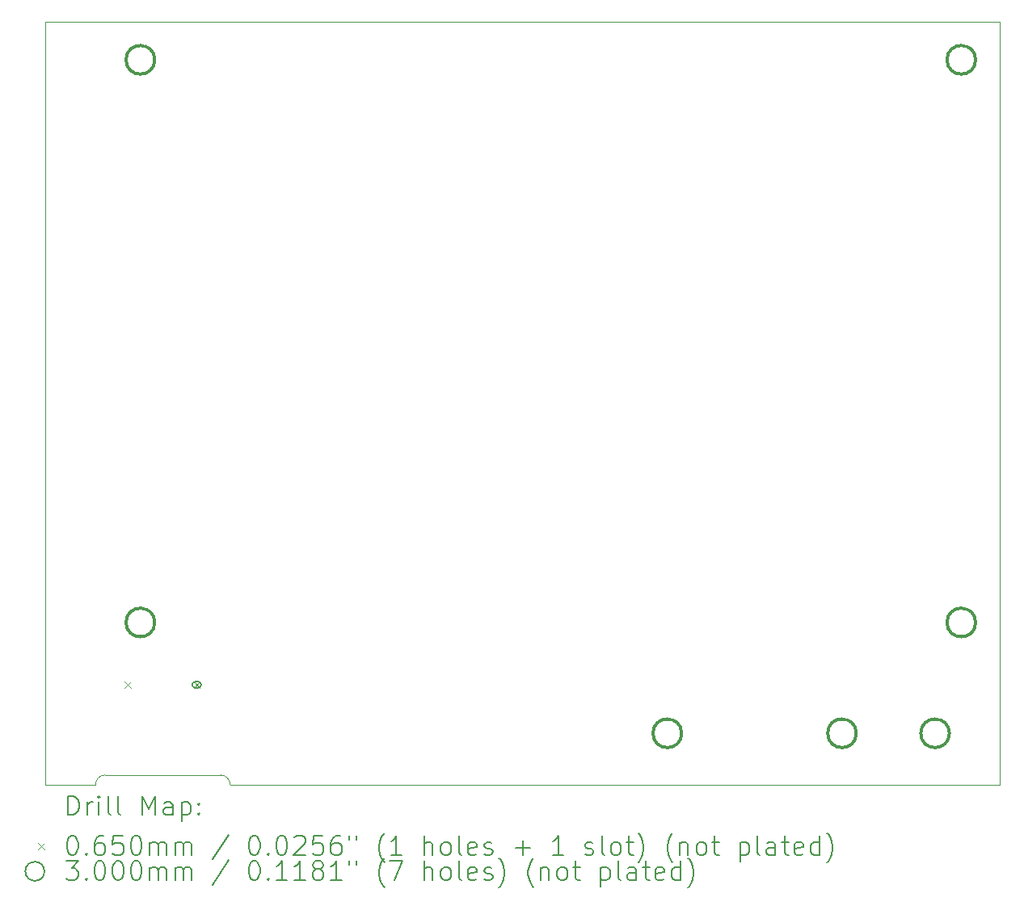
<source format=gbr>
%TF.GenerationSoftware,KiCad,Pcbnew,7.0.2-6a45011f42~172~ubuntu20.04.1*%
%TF.CreationDate,2023-04-30T22:50:11+02:00*%
%TF.ProjectId,pippino_board,70697070-696e-46f5-9f62-6f6172642e6b,rev?*%
%TF.SameCoordinates,Original*%
%TF.FileFunction,Drillmap*%
%TF.FilePolarity,Positive*%
%FSLAX45Y45*%
G04 Gerber Fmt 4.5, Leading zero omitted, Abs format (unit mm)*
G04 Created by KiCad (PCBNEW 7.0.2-6a45011f42~172~ubuntu20.04.1) date 2023-04-30 22:50:11*
%MOMM*%
%LPD*%
G01*
G04 APERTURE LIST*
%ADD10C,0.100000*%
%ADD11C,0.200000*%
%ADD12C,0.065000*%
%ADD13C,0.300000*%
G04 APERTURE END LIST*
D10*
X20000000Y-16000000D02*
X11940000Y-16000000D01*
X10000000Y-16000000D02*
X10000000Y-8000000D01*
X10000000Y-8000000D02*
X20000000Y-8000000D01*
X10530000Y-16000000D02*
X10000000Y-16000000D01*
X10630000Y-15900000D02*
G75*
G03*
X10530000Y-16000000I0J-100000D01*
G01*
X10630000Y-15900000D02*
X11840000Y-15900000D01*
X11940000Y-16000000D02*
G75*
G03*
X11840000Y-15900000I-100000J0D01*
G01*
X20000000Y-8000000D02*
X20000000Y-16000000D01*
D11*
D12*
X10837300Y-14919900D02*
X10902300Y-14984900D01*
X10902300Y-14919900D02*
X10837300Y-14984900D01*
X11557300Y-14919900D02*
X11622300Y-14984900D01*
X11622300Y-14919900D02*
X11557300Y-14984900D01*
D11*
X11574800Y-14984900D02*
X11604800Y-14984900D01*
X11604800Y-14984900D02*
G75*
G03*
X11604800Y-14919900I0J32500D01*
G01*
X11604800Y-14919900D02*
X11574800Y-14919900D01*
X11574800Y-14919900D02*
G75*
G03*
X11574800Y-14984900I0J-32500D01*
G01*
D13*
X11150000Y-8400000D02*
G75*
G03*
X11150000Y-8400000I-150000J0D01*
G01*
X11150000Y-14300000D02*
G75*
G03*
X11150000Y-14300000I-150000J0D01*
G01*
X16670000Y-15462000D02*
G75*
G03*
X16670000Y-15462000I-150000J0D01*
G01*
X18500000Y-15462000D02*
G75*
G03*
X18500000Y-15462000I-150000J0D01*
G01*
X19475000Y-15462000D02*
G75*
G03*
X19475000Y-15462000I-150000J0D01*
G01*
X19750000Y-8400000D02*
G75*
G03*
X19750000Y-8400000I-150000J0D01*
G01*
X19750000Y-14300000D02*
G75*
G03*
X19750000Y-14300000I-150000J0D01*
G01*
D11*
X10242619Y-16317524D02*
X10242619Y-16117524D01*
X10242619Y-16117524D02*
X10290238Y-16117524D01*
X10290238Y-16117524D02*
X10318810Y-16127048D01*
X10318810Y-16127048D02*
X10337857Y-16146095D01*
X10337857Y-16146095D02*
X10347381Y-16165143D01*
X10347381Y-16165143D02*
X10356905Y-16203238D01*
X10356905Y-16203238D02*
X10356905Y-16231809D01*
X10356905Y-16231809D02*
X10347381Y-16269905D01*
X10347381Y-16269905D02*
X10337857Y-16288952D01*
X10337857Y-16288952D02*
X10318810Y-16308000D01*
X10318810Y-16308000D02*
X10290238Y-16317524D01*
X10290238Y-16317524D02*
X10242619Y-16317524D01*
X10442619Y-16317524D02*
X10442619Y-16184190D01*
X10442619Y-16222286D02*
X10452143Y-16203238D01*
X10452143Y-16203238D02*
X10461667Y-16193714D01*
X10461667Y-16193714D02*
X10480714Y-16184190D01*
X10480714Y-16184190D02*
X10499762Y-16184190D01*
X10566429Y-16317524D02*
X10566429Y-16184190D01*
X10566429Y-16117524D02*
X10556905Y-16127048D01*
X10556905Y-16127048D02*
X10566429Y-16136571D01*
X10566429Y-16136571D02*
X10575952Y-16127048D01*
X10575952Y-16127048D02*
X10566429Y-16117524D01*
X10566429Y-16117524D02*
X10566429Y-16136571D01*
X10690238Y-16317524D02*
X10671190Y-16308000D01*
X10671190Y-16308000D02*
X10661667Y-16288952D01*
X10661667Y-16288952D02*
X10661667Y-16117524D01*
X10795000Y-16317524D02*
X10775952Y-16308000D01*
X10775952Y-16308000D02*
X10766429Y-16288952D01*
X10766429Y-16288952D02*
X10766429Y-16117524D01*
X11023571Y-16317524D02*
X11023571Y-16117524D01*
X11023571Y-16117524D02*
X11090238Y-16260381D01*
X11090238Y-16260381D02*
X11156905Y-16117524D01*
X11156905Y-16117524D02*
X11156905Y-16317524D01*
X11337857Y-16317524D02*
X11337857Y-16212762D01*
X11337857Y-16212762D02*
X11328333Y-16193714D01*
X11328333Y-16193714D02*
X11309286Y-16184190D01*
X11309286Y-16184190D02*
X11271190Y-16184190D01*
X11271190Y-16184190D02*
X11252143Y-16193714D01*
X11337857Y-16308000D02*
X11318809Y-16317524D01*
X11318809Y-16317524D02*
X11271190Y-16317524D01*
X11271190Y-16317524D02*
X11252143Y-16308000D01*
X11252143Y-16308000D02*
X11242619Y-16288952D01*
X11242619Y-16288952D02*
X11242619Y-16269905D01*
X11242619Y-16269905D02*
X11252143Y-16250857D01*
X11252143Y-16250857D02*
X11271190Y-16241333D01*
X11271190Y-16241333D02*
X11318809Y-16241333D01*
X11318809Y-16241333D02*
X11337857Y-16231809D01*
X11433095Y-16184190D02*
X11433095Y-16384190D01*
X11433095Y-16193714D02*
X11452143Y-16184190D01*
X11452143Y-16184190D02*
X11490238Y-16184190D01*
X11490238Y-16184190D02*
X11509286Y-16193714D01*
X11509286Y-16193714D02*
X11518809Y-16203238D01*
X11518809Y-16203238D02*
X11528333Y-16222286D01*
X11528333Y-16222286D02*
X11528333Y-16279428D01*
X11528333Y-16279428D02*
X11518809Y-16298476D01*
X11518809Y-16298476D02*
X11509286Y-16308000D01*
X11509286Y-16308000D02*
X11490238Y-16317524D01*
X11490238Y-16317524D02*
X11452143Y-16317524D01*
X11452143Y-16317524D02*
X11433095Y-16308000D01*
X11614048Y-16298476D02*
X11623571Y-16308000D01*
X11623571Y-16308000D02*
X11614048Y-16317524D01*
X11614048Y-16317524D02*
X11604524Y-16308000D01*
X11604524Y-16308000D02*
X11614048Y-16298476D01*
X11614048Y-16298476D02*
X11614048Y-16317524D01*
X11614048Y-16193714D02*
X11623571Y-16203238D01*
X11623571Y-16203238D02*
X11614048Y-16212762D01*
X11614048Y-16212762D02*
X11604524Y-16203238D01*
X11604524Y-16203238D02*
X11614048Y-16193714D01*
X11614048Y-16193714D02*
X11614048Y-16212762D01*
D12*
X9930000Y-16612500D02*
X9995000Y-16677500D01*
X9995000Y-16612500D02*
X9930000Y-16677500D01*
D11*
X10280714Y-16537524D02*
X10299762Y-16537524D01*
X10299762Y-16537524D02*
X10318810Y-16547048D01*
X10318810Y-16547048D02*
X10328333Y-16556571D01*
X10328333Y-16556571D02*
X10337857Y-16575619D01*
X10337857Y-16575619D02*
X10347381Y-16613714D01*
X10347381Y-16613714D02*
X10347381Y-16661333D01*
X10347381Y-16661333D02*
X10337857Y-16699428D01*
X10337857Y-16699428D02*
X10328333Y-16718476D01*
X10328333Y-16718476D02*
X10318810Y-16728000D01*
X10318810Y-16728000D02*
X10299762Y-16737524D01*
X10299762Y-16737524D02*
X10280714Y-16737524D01*
X10280714Y-16737524D02*
X10261667Y-16728000D01*
X10261667Y-16728000D02*
X10252143Y-16718476D01*
X10252143Y-16718476D02*
X10242619Y-16699428D01*
X10242619Y-16699428D02*
X10233095Y-16661333D01*
X10233095Y-16661333D02*
X10233095Y-16613714D01*
X10233095Y-16613714D02*
X10242619Y-16575619D01*
X10242619Y-16575619D02*
X10252143Y-16556571D01*
X10252143Y-16556571D02*
X10261667Y-16547048D01*
X10261667Y-16547048D02*
X10280714Y-16537524D01*
X10433095Y-16718476D02*
X10442619Y-16728000D01*
X10442619Y-16728000D02*
X10433095Y-16737524D01*
X10433095Y-16737524D02*
X10423571Y-16728000D01*
X10423571Y-16728000D02*
X10433095Y-16718476D01*
X10433095Y-16718476D02*
X10433095Y-16737524D01*
X10614048Y-16537524D02*
X10575952Y-16537524D01*
X10575952Y-16537524D02*
X10556905Y-16547048D01*
X10556905Y-16547048D02*
X10547381Y-16556571D01*
X10547381Y-16556571D02*
X10528333Y-16585143D01*
X10528333Y-16585143D02*
X10518810Y-16623238D01*
X10518810Y-16623238D02*
X10518810Y-16699428D01*
X10518810Y-16699428D02*
X10528333Y-16718476D01*
X10528333Y-16718476D02*
X10537857Y-16728000D01*
X10537857Y-16728000D02*
X10556905Y-16737524D01*
X10556905Y-16737524D02*
X10595000Y-16737524D01*
X10595000Y-16737524D02*
X10614048Y-16728000D01*
X10614048Y-16728000D02*
X10623571Y-16718476D01*
X10623571Y-16718476D02*
X10633095Y-16699428D01*
X10633095Y-16699428D02*
X10633095Y-16651809D01*
X10633095Y-16651809D02*
X10623571Y-16632762D01*
X10623571Y-16632762D02*
X10614048Y-16623238D01*
X10614048Y-16623238D02*
X10595000Y-16613714D01*
X10595000Y-16613714D02*
X10556905Y-16613714D01*
X10556905Y-16613714D02*
X10537857Y-16623238D01*
X10537857Y-16623238D02*
X10528333Y-16632762D01*
X10528333Y-16632762D02*
X10518810Y-16651809D01*
X10814048Y-16537524D02*
X10718810Y-16537524D01*
X10718810Y-16537524D02*
X10709286Y-16632762D01*
X10709286Y-16632762D02*
X10718810Y-16623238D01*
X10718810Y-16623238D02*
X10737857Y-16613714D01*
X10737857Y-16613714D02*
X10785476Y-16613714D01*
X10785476Y-16613714D02*
X10804524Y-16623238D01*
X10804524Y-16623238D02*
X10814048Y-16632762D01*
X10814048Y-16632762D02*
X10823571Y-16651809D01*
X10823571Y-16651809D02*
X10823571Y-16699428D01*
X10823571Y-16699428D02*
X10814048Y-16718476D01*
X10814048Y-16718476D02*
X10804524Y-16728000D01*
X10804524Y-16728000D02*
X10785476Y-16737524D01*
X10785476Y-16737524D02*
X10737857Y-16737524D01*
X10737857Y-16737524D02*
X10718810Y-16728000D01*
X10718810Y-16728000D02*
X10709286Y-16718476D01*
X10947381Y-16537524D02*
X10966429Y-16537524D01*
X10966429Y-16537524D02*
X10985476Y-16547048D01*
X10985476Y-16547048D02*
X10995000Y-16556571D01*
X10995000Y-16556571D02*
X11004524Y-16575619D01*
X11004524Y-16575619D02*
X11014048Y-16613714D01*
X11014048Y-16613714D02*
X11014048Y-16661333D01*
X11014048Y-16661333D02*
X11004524Y-16699428D01*
X11004524Y-16699428D02*
X10995000Y-16718476D01*
X10995000Y-16718476D02*
X10985476Y-16728000D01*
X10985476Y-16728000D02*
X10966429Y-16737524D01*
X10966429Y-16737524D02*
X10947381Y-16737524D01*
X10947381Y-16737524D02*
X10928333Y-16728000D01*
X10928333Y-16728000D02*
X10918810Y-16718476D01*
X10918810Y-16718476D02*
X10909286Y-16699428D01*
X10909286Y-16699428D02*
X10899762Y-16661333D01*
X10899762Y-16661333D02*
X10899762Y-16613714D01*
X10899762Y-16613714D02*
X10909286Y-16575619D01*
X10909286Y-16575619D02*
X10918810Y-16556571D01*
X10918810Y-16556571D02*
X10928333Y-16547048D01*
X10928333Y-16547048D02*
X10947381Y-16537524D01*
X11099762Y-16737524D02*
X11099762Y-16604190D01*
X11099762Y-16623238D02*
X11109286Y-16613714D01*
X11109286Y-16613714D02*
X11128333Y-16604190D01*
X11128333Y-16604190D02*
X11156905Y-16604190D01*
X11156905Y-16604190D02*
X11175952Y-16613714D01*
X11175952Y-16613714D02*
X11185476Y-16632762D01*
X11185476Y-16632762D02*
X11185476Y-16737524D01*
X11185476Y-16632762D02*
X11195000Y-16613714D01*
X11195000Y-16613714D02*
X11214048Y-16604190D01*
X11214048Y-16604190D02*
X11242619Y-16604190D01*
X11242619Y-16604190D02*
X11261667Y-16613714D01*
X11261667Y-16613714D02*
X11271190Y-16632762D01*
X11271190Y-16632762D02*
X11271190Y-16737524D01*
X11366429Y-16737524D02*
X11366429Y-16604190D01*
X11366429Y-16623238D02*
X11375952Y-16613714D01*
X11375952Y-16613714D02*
X11395000Y-16604190D01*
X11395000Y-16604190D02*
X11423571Y-16604190D01*
X11423571Y-16604190D02*
X11442619Y-16613714D01*
X11442619Y-16613714D02*
X11452143Y-16632762D01*
X11452143Y-16632762D02*
X11452143Y-16737524D01*
X11452143Y-16632762D02*
X11461667Y-16613714D01*
X11461667Y-16613714D02*
X11480714Y-16604190D01*
X11480714Y-16604190D02*
X11509286Y-16604190D01*
X11509286Y-16604190D02*
X11528333Y-16613714D01*
X11528333Y-16613714D02*
X11537857Y-16632762D01*
X11537857Y-16632762D02*
X11537857Y-16737524D01*
X11928333Y-16528000D02*
X11756905Y-16785143D01*
X12185476Y-16537524D02*
X12204524Y-16537524D01*
X12204524Y-16537524D02*
X12223572Y-16547048D01*
X12223572Y-16547048D02*
X12233095Y-16556571D01*
X12233095Y-16556571D02*
X12242619Y-16575619D01*
X12242619Y-16575619D02*
X12252143Y-16613714D01*
X12252143Y-16613714D02*
X12252143Y-16661333D01*
X12252143Y-16661333D02*
X12242619Y-16699428D01*
X12242619Y-16699428D02*
X12233095Y-16718476D01*
X12233095Y-16718476D02*
X12223572Y-16728000D01*
X12223572Y-16728000D02*
X12204524Y-16737524D01*
X12204524Y-16737524D02*
X12185476Y-16737524D01*
X12185476Y-16737524D02*
X12166429Y-16728000D01*
X12166429Y-16728000D02*
X12156905Y-16718476D01*
X12156905Y-16718476D02*
X12147381Y-16699428D01*
X12147381Y-16699428D02*
X12137857Y-16661333D01*
X12137857Y-16661333D02*
X12137857Y-16613714D01*
X12137857Y-16613714D02*
X12147381Y-16575619D01*
X12147381Y-16575619D02*
X12156905Y-16556571D01*
X12156905Y-16556571D02*
X12166429Y-16547048D01*
X12166429Y-16547048D02*
X12185476Y-16537524D01*
X12337857Y-16718476D02*
X12347381Y-16728000D01*
X12347381Y-16728000D02*
X12337857Y-16737524D01*
X12337857Y-16737524D02*
X12328333Y-16728000D01*
X12328333Y-16728000D02*
X12337857Y-16718476D01*
X12337857Y-16718476D02*
X12337857Y-16737524D01*
X12471191Y-16537524D02*
X12490238Y-16537524D01*
X12490238Y-16537524D02*
X12509286Y-16547048D01*
X12509286Y-16547048D02*
X12518810Y-16556571D01*
X12518810Y-16556571D02*
X12528333Y-16575619D01*
X12528333Y-16575619D02*
X12537857Y-16613714D01*
X12537857Y-16613714D02*
X12537857Y-16661333D01*
X12537857Y-16661333D02*
X12528333Y-16699428D01*
X12528333Y-16699428D02*
X12518810Y-16718476D01*
X12518810Y-16718476D02*
X12509286Y-16728000D01*
X12509286Y-16728000D02*
X12490238Y-16737524D01*
X12490238Y-16737524D02*
X12471191Y-16737524D01*
X12471191Y-16737524D02*
X12452143Y-16728000D01*
X12452143Y-16728000D02*
X12442619Y-16718476D01*
X12442619Y-16718476D02*
X12433095Y-16699428D01*
X12433095Y-16699428D02*
X12423572Y-16661333D01*
X12423572Y-16661333D02*
X12423572Y-16613714D01*
X12423572Y-16613714D02*
X12433095Y-16575619D01*
X12433095Y-16575619D02*
X12442619Y-16556571D01*
X12442619Y-16556571D02*
X12452143Y-16547048D01*
X12452143Y-16547048D02*
X12471191Y-16537524D01*
X12614048Y-16556571D02*
X12623572Y-16547048D01*
X12623572Y-16547048D02*
X12642619Y-16537524D01*
X12642619Y-16537524D02*
X12690238Y-16537524D01*
X12690238Y-16537524D02*
X12709286Y-16547048D01*
X12709286Y-16547048D02*
X12718810Y-16556571D01*
X12718810Y-16556571D02*
X12728333Y-16575619D01*
X12728333Y-16575619D02*
X12728333Y-16594667D01*
X12728333Y-16594667D02*
X12718810Y-16623238D01*
X12718810Y-16623238D02*
X12604524Y-16737524D01*
X12604524Y-16737524D02*
X12728333Y-16737524D01*
X12909286Y-16537524D02*
X12814048Y-16537524D01*
X12814048Y-16537524D02*
X12804524Y-16632762D01*
X12804524Y-16632762D02*
X12814048Y-16623238D01*
X12814048Y-16623238D02*
X12833095Y-16613714D01*
X12833095Y-16613714D02*
X12880714Y-16613714D01*
X12880714Y-16613714D02*
X12899762Y-16623238D01*
X12899762Y-16623238D02*
X12909286Y-16632762D01*
X12909286Y-16632762D02*
X12918810Y-16651809D01*
X12918810Y-16651809D02*
X12918810Y-16699428D01*
X12918810Y-16699428D02*
X12909286Y-16718476D01*
X12909286Y-16718476D02*
X12899762Y-16728000D01*
X12899762Y-16728000D02*
X12880714Y-16737524D01*
X12880714Y-16737524D02*
X12833095Y-16737524D01*
X12833095Y-16737524D02*
X12814048Y-16728000D01*
X12814048Y-16728000D02*
X12804524Y-16718476D01*
X13090238Y-16537524D02*
X13052143Y-16537524D01*
X13052143Y-16537524D02*
X13033095Y-16547048D01*
X13033095Y-16547048D02*
X13023572Y-16556571D01*
X13023572Y-16556571D02*
X13004524Y-16585143D01*
X13004524Y-16585143D02*
X12995000Y-16623238D01*
X12995000Y-16623238D02*
X12995000Y-16699428D01*
X12995000Y-16699428D02*
X13004524Y-16718476D01*
X13004524Y-16718476D02*
X13014048Y-16728000D01*
X13014048Y-16728000D02*
X13033095Y-16737524D01*
X13033095Y-16737524D02*
X13071191Y-16737524D01*
X13071191Y-16737524D02*
X13090238Y-16728000D01*
X13090238Y-16728000D02*
X13099762Y-16718476D01*
X13099762Y-16718476D02*
X13109286Y-16699428D01*
X13109286Y-16699428D02*
X13109286Y-16651809D01*
X13109286Y-16651809D02*
X13099762Y-16632762D01*
X13099762Y-16632762D02*
X13090238Y-16623238D01*
X13090238Y-16623238D02*
X13071191Y-16613714D01*
X13071191Y-16613714D02*
X13033095Y-16613714D01*
X13033095Y-16613714D02*
X13014048Y-16623238D01*
X13014048Y-16623238D02*
X13004524Y-16632762D01*
X13004524Y-16632762D02*
X12995000Y-16651809D01*
X13185476Y-16537524D02*
X13185476Y-16575619D01*
X13261667Y-16537524D02*
X13261667Y-16575619D01*
X13556905Y-16813714D02*
X13547381Y-16804190D01*
X13547381Y-16804190D02*
X13528334Y-16775619D01*
X13528334Y-16775619D02*
X13518810Y-16756571D01*
X13518810Y-16756571D02*
X13509286Y-16728000D01*
X13509286Y-16728000D02*
X13499762Y-16680381D01*
X13499762Y-16680381D02*
X13499762Y-16642286D01*
X13499762Y-16642286D02*
X13509286Y-16594667D01*
X13509286Y-16594667D02*
X13518810Y-16566095D01*
X13518810Y-16566095D02*
X13528334Y-16547048D01*
X13528334Y-16547048D02*
X13547381Y-16518476D01*
X13547381Y-16518476D02*
X13556905Y-16508952D01*
X13737857Y-16737524D02*
X13623572Y-16737524D01*
X13680714Y-16737524D02*
X13680714Y-16537524D01*
X13680714Y-16537524D02*
X13661667Y-16566095D01*
X13661667Y-16566095D02*
X13642619Y-16585143D01*
X13642619Y-16585143D02*
X13623572Y-16594667D01*
X13975953Y-16737524D02*
X13975953Y-16537524D01*
X14061667Y-16737524D02*
X14061667Y-16632762D01*
X14061667Y-16632762D02*
X14052143Y-16613714D01*
X14052143Y-16613714D02*
X14033096Y-16604190D01*
X14033096Y-16604190D02*
X14004524Y-16604190D01*
X14004524Y-16604190D02*
X13985476Y-16613714D01*
X13985476Y-16613714D02*
X13975953Y-16623238D01*
X14185476Y-16737524D02*
X14166429Y-16728000D01*
X14166429Y-16728000D02*
X14156905Y-16718476D01*
X14156905Y-16718476D02*
X14147381Y-16699428D01*
X14147381Y-16699428D02*
X14147381Y-16642286D01*
X14147381Y-16642286D02*
X14156905Y-16623238D01*
X14156905Y-16623238D02*
X14166429Y-16613714D01*
X14166429Y-16613714D02*
X14185476Y-16604190D01*
X14185476Y-16604190D02*
X14214048Y-16604190D01*
X14214048Y-16604190D02*
X14233096Y-16613714D01*
X14233096Y-16613714D02*
X14242619Y-16623238D01*
X14242619Y-16623238D02*
X14252143Y-16642286D01*
X14252143Y-16642286D02*
X14252143Y-16699428D01*
X14252143Y-16699428D02*
X14242619Y-16718476D01*
X14242619Y-16718476D02*
X14233096Y-16728000D01*
X14233096Y-16728000D02*
X14214048Y-16737524D01*
X14214048Y-16737524D02*
X14185476Y-16737524D01*
X14366429Y-16737524D02*
X14347381Y-16728000D01*
X14347381Y-16728000D02*
X14337857Y-16708952D01*
X14337857Y-16708952D02*
X14337857Y-16537524D01*
X14518810Y-16728000D02*
X14499762Y-16737524D01*
X14499762Y-16737524D02*
X14461667Y-16737524D01*
X14461667Y-16737524D02*
X14442619Y-16728000D01*
X14442619Y-16728000D02*
X14433096Y-16708952D01*
X14433096Y-16708952D02*
X14433096Y-16632762D01*
X14433096Y-16632762D02*
X14442619Y-16613714D01*
X14442619Y-16613714D02*
X14461667Y-16604190D01*
X14461667Y-16604190D02*
X14499762Y-16604190D01*
X14499762Y-16604190D02*
X14518810Y-16613714D01*
X14518810Y-16613714D02*
X14528334Y-16632762D01*
X14528334Y-16632762D02*
X14528334Y-16651809D01*
X14528334Y-16651809D02*
X14433096Y-16670857D01*
X14604524Y-16728000D02*
X14623572Y-16737524D01*
X14623572Y-16737524D02*
X14661667Y-16737524D01*
X14661667Y-16737524D02*
X14680715Y-16728000D01*
X14680715Y-16728000D02*
X14690238Y-16708952D01*
X14690238Y-16708952D02*
X14690238Y-16699428D01*
X14690238Y-16699428D02*
X14680715Y-16680381D01*
X14680715Y-16680381D02*
X14661667Y-16670857D01*
X14661667Y-16670857D02*
X14633096Y-16670857D01*
X14633096Y-16670857D02*
X14614048Y-16661333D01*
X14614048Y-16661333D02*
X14604524Y-16642286D01*
X14604524Y-16642286D02*
X14604524Y-16632762D01*
X14604524Y-16632762D02*
X14614048Y-16613714D01*
X14614048Y-16613714D02*
X14633096Y-16604190D01*
X14633096Y-16604190D02*
X14661667Y-16604190D01*
X14661667Y-16604190D02*
X14680715Y-16613714D01*
X14928334Y-16661333D02*
X15080715Y-16661333D01*
X15004524Y-16737524D02*
X15004524Y-16585143D01*
X15433096Y-16737524D02*
X15318810Y-16737524D01*
X15375953Y-16737524D02*
X15375953Y-16537524D01*
X15375953Y-16537524D02*
X15356905Y-16566095D01*
X15356905Y-16566095D02*
X15337858Y-16585143D01*
X15337858Y-16585143D02*
X15318810Y-16594667D01*
X15661667Y-16728000D02*
X15680715Y-16737524D01*
X15680715Y-16737524D02*
X15718810Y-16737524D01*
X15718810Y-16737524D02*
X15737858Y-16728000D01*
X15737858Y-16728000D02*
X15747381Y-16708952D01*
X15747381Y-16708952D02*
X15747381Y-16699428D01*
X15747381Y-16699428D02*
X15737858Y-16680381D01*
X15737858Y-16680381D02*
X15718810Y-16670857D01*
X15718810Y-16670857D02*
X15690239Y-16670857D01*
X15690239Y-16670857D02*
X15671191Y-16661333D01*
X15671191Y-16661333D02*
X15661667Y-16642286D01*
X15661667Y-16642286D02*
X15661667Y-16632762D01*
X15661667Y-16632762D02*
X15671191Y-16613714D01*
X15671191Y-16613714D02*
X15690239Y-16604190D01*
X15690239Y-16604190D02*
X15718810Y-16604190D01*
X15718810Y-16604190D02*
X15737858Y-16613714D01*
X15861667Y-16737524D02*
X15842620Y-16728000D01*
X15842620Y-16728000D02*
X15833096Y-16708952D01*
X15833096Y-16708952D02*
X15833096Y-16537524D01*
X15966429Y-16737524D02*
X15947381Y-16728000D01*
X15947381Y-16728000D02*
X15937858Y-16718476D01*
X15937858Y-16718476D02*
X15928334Y-16699428D01*
X15928334Y-16699428D02*
X15928334Y-16642286D01*
X15928334Y-16642286D02*
X15937858Y-16623238D01*
X15937858Y-16623238D02*
X15947381Y-16613714D01*
X15947381Y-16613714D02*
X15966429Y-16604190D01*
X15966429Y-16604190D02*
X15995001Y-16604190D01*
X15995001Y-16604190D02*
X16014048Y-16613714D01*
X16014048Y-16613714D02*
X16023572Y-16623238D01*
X16023572Y-16623238D02*
X16033096Y-16642286D01*
X16033096Y-16642286D02*
X16033096Y-16699428D01*
X16033096Y-16699428D02*
X16023572Y-16718476D01*
X16023572Y-16718476D02*
X16014048Y-16728000D01*
X16014048Y-16728000D02*
X15995001Y-16737524D01*
X15995001Y-16737524D02*
X15966429Y-16737524D01*
X16090239Y-16604190D02*
X16166429Y-16604190D01*
X16118810Y-16537524D02*
X16118810Y-16708952D01*
X16118810Y-16708952D02*
X16128334Y-16728000D01*
X16128334Y-16728000D02*
X16147381Y-16737524D01*
X16147381Y-16737524D02*
X16166429Y-16737524D01*
X16214048Y-16813714D02*
X16223572Y-16804190D01*
X16223572Y-16804190D02*
X16242620Y-16775619D01*
X16242620Y-16775619D02*
X16252143Y-16756571D01*
X16252143Y-16756571D02*
X16261667Y-16728000D01*
X16261667Y-16728000D02*
X16271191Y-16680381D01*
X16271191Y-16680381D02*
X16271191Y-16642286D01*
X16271191Y-16642286D02*
X16261667Y-16594667D01*
X16261667Y-16594667D02*
X16252143Y-16566095D01*
X16252143Y-16566095D02*
X16242620Y-16547048D01*
X16242620Y-16547048D02*
X16223572Y-16518476D01*
X16223572Y-16518476D02*
X16214048Y-16508952D01*
X16575953Y-16813714D02*
X16566429Y-16804190D01*
X16566429Y-16804190D02*
X16547381Y-16775619D01*
X16547381Y-16775619D02*
X16537858Y-16756571D01*
X16537858Y-16756571D02*
X16528334Y-16728000D01*
X16528334Y-16728000D02*
X16518810Y-16680381D01*
X16518810Y-16680381D02*
X16518810Y-16642286D01*
X16518810Y-16642286D02*
X16528334Y-16594667D01*
X16528334Y-16594667D02*
X16537858Y-16566095D01*
X16537858Y-16566095D02*
X16547381Y-16547048D01*
X16547381Y-16547048D02*
X16566429Y-16518476D01*
X16566429Y-16518476D02*
X16575953Y-16508952D01*
X16652143Y-16604190D02*
X16652143Y-16737524D01*
X16652143Y-16623238D02*
X16661667Y-16613714D01*
X16661667Y-16613714D02*
X16680715Y-16604190D01*
X16680715Y-16604190D02*
X16709286Y-16604190D01*
X16709286Y-16604190D02*
X16728334Y-16613714D01*
X16728334Y-16613714D02*
X16737858Y-16632762D01*
X16737858Y-16632762D02*
X16737858Y-16737524D01*
X16861667Y-16737524D02*
X16842620Y-16728000D01*
X16842620Y-16728000D02*
X16833096Y-16718476D01*
X16833096Y-16718476D02*
X16823572Y-16699428D01*
X16823572Y-16699428D02*
X16823572Y-16642286D01*
X16823572Y-16642286D02*
X16833096Y-16623238D01*
X16833096Y-16623238D02*
X16842620Y-16613714D01*
X16842620Y-16613714D02*
X16861667Y-16604190D01*
X16861667Y-16604190D02*
X16890239Y-16604190D01*
X16890239Y-16604190D02*
X16909286Y-16613714D01*
X16909286Y-16613714D02*
X16918810Y-16623238D01*
X16918810Y-16623238D02*
X16928334Y-16642286D01*
X16928334Y-16642286D02*
X16928334Y-16699428D01*
X16928334Y-16699428D02*
X16918810Y-16718476D01*
X16918810Y-16718476D02*
X16909286Y-16728000D01*
X16909286Y-16728000D02*
X16890239Y-16737524D01*
X16890239Y-16737524D02*
X16861667Y-16737524D01*
X16985477Y-16604190D02*
X17061667Y-16604190D01*
X17014048Y-16537524D02*
X17014048Y-16708952D01*
X17014048Y-16708952D02*
X17023572Y-16728000D01*
X17023572Y-16728000D02*
X17042620Y-16737524D01*
X17042620Y-16737524D02*
X17061667Y-16737524D01*
X17280715Y-16604190D02*
X17280715Y-16804190D01*
X17280715Y-16613714D02*
X17299763Y-16604190D01*
X17299763Y-16604190D02*
X17337858Y-16604190D01*
X17337858Y-16604190D02*
X17356905Y-16613714D01*
X17356905Y-16613714D02*
X17366429Y-16623238D01*
X17366429Y-16623238D02*
X17375953Y-16642286D01*
X17375953Y-16642286D02*
X17375953Y-16699428D01*
X17375953Y-16699428D02*
X17366429Y-16718476D01*
X17366429Y-16718476D02*
X17356905Y-16728000D01*
X17356905Y-16728000D02*
X17337858Y-16737524D01*
X17337858Y-16737524D02*
X17299763Y-16737524D01*
X17299763Y-16737524D02*
X17280715Y-16728000D01*
X17490239Y-16737524D02*
X17471191Y-16728000D01*
X17471191Y-16728000D02*
X17461667Y-16708952D01*
X17461667Y-16708952D02*
X17461667Y-16537524D01*
X17652144Y-16737524D02*
X17652144Y-16632762D01*
X17652144Y-16632762D02*
X17642620Y-16613714D01*
X17642620Y-16613714D02*
X17623572Y-16604190D01*
X17623572Y-16604190D02*
X17585477Y-16604190D01*
X17585477Y-16604190D02*
X17566429Y-16613714D01*
X17652144Y-16728000D02*
X17633096Y-16737524D01*
X17633096Y-16737524D02*
X17585477Y-16737524D01*
X17585477Y-16737524D02*
X17566429Y-16728000D01*
X17566429Y-16728000D02*
X17556905Y-16708952D01*
X17556905Y-16708952D02*
X17556905Y-16689905D01*
X17556905Y-16689905D02*
X17566429Y-16670857D01*
X17566429Y-16670857D02*
X17585477Y-16661333D01*
X17585477Y-16661333D02*
X17633096Y-16661333D01*
X17633096Y-16661333D02*
X17652144Y-16651809D01*
X17718810Y-16604190D02*
X17795001Y-16604190D01*
X17747382Y-16537524D02*
X17747382Y-16708952D01*
X17747382Y-16708952D02*
X17756905Y-16728000D01*
X17756905Y-16728000D02*
X17775953Y-16737524D01*
X17775953Y-16737524D02*
X17795001Y-16737524D01*
X17937858Y-16728000D02*
X17918810Y-16737524D01*
X17918810Y-16737524D02*
X17880715Y-16737524D01*
X17880715Y-16737524D02*
X17861667Y-16728000D01*
X17861667Y-16728000D02*
X17852144Y-16708952D01*
X17852144Y-16708952D02*
X17852144Y-16632762D01*
X17852144Y-16632762D02*
X17861667Y-16613714D01*
X17861667Y-16613714D02*
X17880715Y-16604190D01*
X17880715Y-16604190D02*
X17918810Y-16604190D01*
X17918810Y-16604190D02*
X17937858Y-16613714D01*
X17937858Y-16613714D02*
X17947382Y-16632762D01*
X17947382Y-16632762D02*
X17947382Y-16651809D01*
X17947382Y-16651809D02*
X17852144Y-16670857D01*
X18118810Y-16737524D02*
X18118810Y-16537524D01*
X18118810Y-16728000D02*
X18099763Y-16737524D01*
X18099763Y-16737524D02*
X18061667Y-16737524D01*
X18061667Y-16737524D02*
X18042620Y-16728000D01*
X18042620Y-16728000D02*
X18033096Y-16718476D01*
X18033096Y-16718476D02*
X18023572Y-16699428D01*
X18023572Y-16699428D02*
X18023572Y-16642286D01*
X18023572Y-16642286D02*
X18033096Y-16623238D01*
X18033096Y-16623238D02*
X18042620Y-16613714D01*
X18042620Y-16613714D02*
X18061667Y-16604190D01*
X18061667Y-16604190D02*
X18099763Y-16604190D01*
X18099763Y-16604190D02*
X18118810Y-16613714D01*
X18195001Y-16813714D02*
X18204525Y-16804190D01*
X18204525Y-16804190D02*
X18223572Y-16775619D01*
X18223572Y-16775619D02*
X18233096Y-16756571D01*
X18233096Y-16756571D02*
X18242620Y-16728000D01*
X18242620Y-16728000D02*
X18252144Y-16680381D01*
X18252144Y-16680381D02*
X18252144Y-16642286D01*
X18252144Y-16642286D02*
X18242620Y-16594667D01*
X18242620Y-16594667D02*
X18233096Y-16566095D01*
X18233096Y-16566095D02*
X18223572Y-16547048D01*
X18223572Y-16547048D02*
X18204525Y-16518476D01*
X18204525Y-16518476D02*
X18195001Y-16508952D01*
X9995000Y-16909000D02*
G75*
G03*
X9995000Y-16909000I-100000J0D01*
G01*
X10223571Y-16801524D02*
X10347381Y-16801524D01*
X10347381Y-16801524D02*
X10280714Y-16877714D01*
X10280714Y-16877714D02*
X10309286Y-16877714D01*
X10309286Y-16877714D02*
X10328333Y-16887238D01*
X10328333Y-16887238D02*
X10337857Y-16896762D01*
X10337857Y-16896762D02*
X10347381Y-16915810D01*
X10347381Y-16915810D02*
X10347381Y-16963429D01*
X10347381Y-16963429D02*
X10337857Y-16982476D01*
X10337857Y-16982476D02*
X10328333Y-16992000D01*
X10328333Y-16992000D02*
X10309286Y-17001524D01*
X10309286Y-17001524D02*
X10252143Y-17001524D01*
X10252143Y-17001524D02*
X10233095Y-16992000D01*
X10233095Y-16992000D02*
X10223571Y-16982476D01*
X10433095Y-16982476D02*
X10442619Y-16992000D01*
X10442619Y-16992000D02*
X10433095Y-17001524D01*
X10433095Y-17001524D02*
X10423571Y-16992000D01*
X10423571Y-16992000D02*
X10433095Y-16982476D01*
X10433095Y-16982476D02*
X10433095Y-17001524D01*
X10566429Y-16801524D02*
X10585476Y-16801524D01*
X10585476Y-16801524D02*
X10604524Y-16811048D01*
X10604524Y-16811048D02*
X10614048Y-16820571D01*
X10614048Y-16820571D02*
X10623571Y-16839619D01*
X10623571Y-16839619D02*
X10633095Y-16877714D01*
X10633095Y-16877714D02*
X10633095Y-16925333D01*
X10633095Y-16925333D02*
X10623571Y-16963429D01*
X10623571Y-16963429D02*
X10614048Y-16982476D01*
X10614048Y-16982476D02*
X10604524Y-16992000D01*
X10604524Y-16992000D02*
X10585476Y-17001524D01*
X10585476Y-17001524D02*
X10566429Y-17001524D01*
X10566429Y-17001524D02*
X10547381Y-16992000D01*
X10547381Y-16992000D02*
X10537857Y-16982476D01*
X10537857Y-16982476D02*
X10528333Y-16963429D01*
X10528333Y-16963429D02*
X10518810Y-16925333D01*
X10518810Y-16925333D02*
X10518810Y-16877714D01*
X10518810Y-16877714D02*
X10528333Y-16839619D01*
X10528333Y-16839619D02*
X10537857Y-16820571D01*
X10537857Y-16820571D02*
X10547381Y-16811048D01*
X10547381Y-16811048D02*
X10566429Y-16801524D01*
X10756905Y-16801524D02*
X10775952Y-16801524D01*
X10775952Y-16801524D02*
X10795000Y-16811048D01*
X10795000Y-16811048D02*
X10804524Y-16820571D01*
X10804524Y-16820571D02*
X10814048Y-16839619D01*
X10814048Y-16839619D02*
X10823571Y-16877714D01*
X10823571Y-16877714D02*
X10823571Y-16925333D01*
X10823571Y-16925333D02*
X10814048Y-16963429D01*
X10814048Y-16963429D02*
X10804524Y-16982476D01*
X10804524Y-16982476D02*
X10795000Y-16992000D01*
X10795000Y-16992000D02*
X10775952Y-17001524D01*
X10775952Y-17001524D02*
X10756905Y-17001524D01*
X10756905Y-17001524D02*
X10737857Y-16992000D01*
X10737857Y-16992000D02*
X10728333Y-16982476D01*
X10728333Y-16982476D02*
X10718810Y-16963429D01*
X10718810Y-16963429D02*
X10709286Y-16925333D01*
X10709286Y-16925333D02*
X10709286Y-16877714D01*
X10709286Y-16877714D02*
X10718810Y-16839619D01*
X10718810Y-16839619D02*
X10728333Y-16820571D01*
X10728333Y-16820571D02*
X10737857Y-16811048D01*
X10737857Y-16811048D02*
X10756905Y-16801524D01*
X10947381Y-16801524D02*
X10966429Y-16801524D01*
X10966429Y-16801524D02*
X10985476Y-16811048D01*
X10985476Y-16811048D02*
X10995000Y-16820571D01*
X10995000Y-16820571D02*
X11004524Y-16839619D01*
X11004524Y-16839619D02*
X11014048Y-16877714D01*
X11014048Y-16877714D02*
X11014048Y-16925333D01*
X11014048Y-16925333D02*
X11004524Y-16963429D01*
X11004524Y-16963429D02*
X10995000Y-16982476D01*
X10995000Y-16982476D02*
X10985476Y-16992000D01*
X10985476Y-16992000D02*
X10966429Y-17001524D01*
X10966429Y-17001524D02*
X10947381Y-17001524D01*
X10947381Y-17001524D02*
X10928333Y-16992000D01*
X10928333Y-16992000D02*
X10918810Y-16982476D01*
X10918810Y-16982476D02*
X10909286Y-16963429D01*
X10909286Y-16963429D02*
X10899762Y-16925333D01*
X10899762Y-16925333D02*
X10899762Y-16877714D01*
X10899762Y-16877714D02*
X10909286Y-16839619D01*
X10909286Y-16839619D02*
X10918810Y-16820571D01*
X10918810Y-16820571D02*
X10928333Y-16811048D01*
X10928333Y-16811048D02*
X10947381Y-16801524D01*
X11099762Y-17001524D02*
X11099762Y-16868190D01*
X11099762Y-16887238D02*
X11109286Y-16877714D01*
X11109286Y-16877714D02*
X11128333Y-16868190D01*
X11128333Y-16868190D02*
X11156905Y-16868190D01*
X11156905Y-16868190D02*
X11175952Y-16877714D01*
X11175952Y-16877714D02*
X11185476Y-16896762D01*
X11185476Y-16896762D02*
X11185476Y-17001524D01*
X11185476Y-16896762D02*
X11195000Y-16877714D01*
X11195000Y-16877714D02*
X11214048Y-16868190D01*
X11214048Y-16868190D02*
X11242619Y-16868190D01*
X11242619Y-16868190D02*
X11261667Y-16877714D01*
X11261667Y-16877714D02*
X11271190Y-16896762D01*
X11271190Y-16896762D02*
X11271190Y-17001524D01*
X11366429Y-17001524D02*
X11366429Y-16868190D01*
X11366429Y-16887238D02*
X11375952Y-16877714D01*
X11375952Y-16877714D02*
X11395000Y-16868190D01*
X11395000Y-16868190D02*
X11423571Y-16868190D01*
X11423571Y-16868190D02*
X11442619Y-16877714D01*
X11442619Y-16877714D02*
X11452143Y-16896762D01*
X11452143Y-16896762D02*
X11452143Y-17001524D01*
X11452143Y-16896762D02*
X11461667Y-16877714D01*
X11461667Y-16877714D02*
X11480714Y-16868190D01*
X11480714Y-16868190D02*
X11509286Y-16868190D01*
X11509286Y-16868190D02*
X11528333Y-16877714D01*
X11528333Y-16877714D02*
X11537857Y-16896762D01*
X11537857Y-16896762D02*
X11537857Y-17001524D01*
X11928333Y-16792000D02*
X11756905Y-17049143D01*
X12185476Y-16801524D02*
X12204524Y-16801524D01*
X12204524Y-16801524D02*
X12223572Y-16811048D01*
X12223572Y-16811048D02*
X12233095Y-16820571D01*
X12233095Y-16820571D02*
X12242619Y-16839619D01*
X12242619Y-16839619D02*
X12252143Y-16877714D01*
X12252143Y-16877714D02*
X12252143Y-16925333D01*
X12252143Y-16925333D02*
X12242619Y-16963429D01*
X12242619Y-16963429D02*
X12233095Y-16982476D01*
X12233095Y-16982476D02*
X12223572Y-16992000D01*
X12223572Y-16992000D02*
X12204524Y-17001524D01*
X12204524Y-17001524D02*
X12185476Y-17001524D01*
X12185476Y-17001524D02*
X12166429Y-16992000D01*
X12166429Y-16992000D02*
X12156905Y-16982476D01*
X12156905Y-16982476D02*
X12147381Y-16963429D01*
X12147381Y-16963429D02*
X12137857Y-16925333D01*
X12137857Y-16925333D02*
X12137857Y-16877714D01*
X12137857Y-16877714D02*
X12147381Y-16839619D01*
X12147381Y-16839619D02*
X12156905Y-16820571D01*
X12156905Y-16820571D02*
X12166429Y-16811048D01*
X12166429Y-16811048D02*
X12185476Y-16801524D01*
X12337857Y-16982476D02*
X12347381Y-16992000D01*
X12347381Y-16992000D02*
X12337857Y-17001524D01*
X12337857Y-17001524D02*
X12328333Y-16992000D01*
X12328333Y-16992000D02*
X12337857Y-16982476D01*
X12337857Y-16982476D02*
X12337857Y-17001524D01*
X12537857Y-17001524D02*
X12423572Y-17001524D01*
X12480714Y-17001524D02*
X12480714Y-16801524D01*
X12480714Y-16801524D02*
X12461667Y-16830095D01*
X12461667Y-16830095D02*
X12442619Y-16849143D01*
X12442619Y-16849143D02*
X12423572Y-16858667D01*
X12728333Y-17001524D02*
X12614048Y-17001524D01*
X12671191Y-17001524D02*
X12671191Y-16801524D01*
X12671191Y-16801524D02*
X12652143Y-16830095D01*
X12652143Y-16830095D02*
X12633095Y-16849143D01*
X12633095Y-16849143D02*
X12614048Y-16858667D01*
X12842619Y-16887238D02*
X12823572Y-16877714D01*
X12823572Y-16877714D02*
X12814048Y-16868190D01*
X12814048Y-16868190D02*
X12804524Y-16849143D01*
X12804524Y-16849143D02*
X12804524Y-16839619D01*
X12804524Y-16839619D02*
X12814048Y-16820571D01*
X12814048Y-16820571D02*
X12823572Y-16811048D01*
X12823572Y-16811048D02*
X12842619Y-16801524D01*
X12842619Y-16801524D02*
X12880714Y-16801524D01*
X12880714Y-16801524D02*
X12899762Y-16811048D01*
X12899762Y-16811048D02*
X12909286Y-16820571D01*
X12909286Y-16820571D02*
X12918810Y-16839619D01*
X12918810Y-16839619D02*
X12918810Y-16849143D01*
X12918810Y-16849143D02*
X12909286Y-16868190D01*
X12909286Y-16868190D02*
X12899762Y-16877714D01*
X12899762Y-16877714D02*
X12880714Y-16887238D01*
X12880714Y-16887238D02*
X12842619Y-16887238D01*
X12842619Y-16887238D02*
X12823572Y-16896762D01*
X12823572Y-16896762D02*
X12814048Y-16906286D01*
X12814048Y-16906286D02*
X12804524Y-16925333D01*
X12804524Y-16925333D02*
X12804524Y-16963429D01*
X12804524Y-16963429D02*
X12814048Y-16982476D01*
X12814048Y-16982476D02*
X12823572Y-16992000D01*
X12823572Y-16992000D02*
X12842619Y-17001524D01*
X12842619Y-17001524D02*
X12880714Y-17001524D01*
X12880714Y-17001524D02*
X12899762Y-16992000D01*
X12899762Y-16992000D02*
X12909286Y-16982476D01*
X12909286Y-16982476D02*
X12918810Y-16963429D01*
X12918810Y-16963429D02*
X12918810Y-16925333D01*
X12918810Y-16925333D02*
X12909286Y-16906286D01*
X12909286Y-16906286D02*
X12899762Y-16896762D01*
X12899762Y-16896762D02*
X12880714Y-16887238D01*
X13109286Y-17001524D02*
X12995000Y-17001524D01*
X13052143Y-17001524D02*
X13052143Y-16801524D01*
X13052143Y-16801524D02*
X13033095Y-16830095D01*
X13033095Y-16830095D02*
X13014048Y-16849143D01*
X13014048Y-16849143D02*
X12995000Y-16858667D01*
X13185476Y-16801524D02*
X13185476Y-16839619D01*
X13261667Y-16801524D02*
X13261667Y-16839619D01*
X13556905Y-17077714D02*
X13547381Y-17068190D01*
X13547381Y-17068190D02*
X13528334Y-17039619D01*
X13528334Y-17039619D02*
X13518810Y-17020571D01*
X13518810Y-17020571D02*
X13509286Y-16992000D01*
X13509286Y-16992000D02*
X13499762Y-16944381D01*
X13499762Y-16944381D02*
X13499762Y-16906286D01*
X13499762Y-16906286D02*
X13509286Y-16858667D01*
X13509286Y-16858667D02*
X13518810Y-16830095D01*
X13518810Y-16830095D02*
X13528334Y-16811048D01*
X13528334Y-16811048D02*
X13547381Y-16782476D01*
X13547381Y-16782476D02*
X13556905Y-16772952D01*
X13614048Y-16801524D02*
X13747381Y-16801524D01*
X13747381Y-16801524D02*
X13661667Y-17001524D01*
X13975953Y-17001524D02*
X13975953Y-16801524D01*
X14061667Y-17001524D02*
X14061667Y-16896762D01*
X14061667Y-16896762D02*
X14052143Y-16877714D01*
X14052143Y-16877714D02*
X14033096Y-16868190D01*
X14033096Y-16868190D02*
X14004524Y-16868190D01*
X14004524Y-16868190D02*
X13985476Y-16877714D01*
X13985476Y-16877714D02*
X13975953Y-16887238D01*
X14185476Y-17001524D02*
X14166429Y-16992000D01*
X14166429Y-16992000D02*
X14156905Y-16982476D01*
X14156905Y-16982476D02*
X14147381Y-16963429D01*
X14147381Y-16963429D02*
X14147381Y-16906286D01*
X14147381Y-16906286D02*
X14156905Y-16887238D01*
X14156905Y-16887238D02*
X14166429Y-16877714D01*
X14166429Y-16877714D02*
X14185476Y-16868190D01*
X14185476Y-16868190D02*
X14214048Y-16868190D01*
X14214048Y-16868190D02*
X14233096Y-16877714D01*
X14233096Y-16877714D02*
X14242619Y-16887238D01*
X14242619Y-16887238D02*
X14252143Y-16906286D01*
X14252143Y-16906286D02*
X14252143Y-16963429D01*
X14252143Y-16963429D02*
X14242619Y-16982476D01*
X14242619Y-16982476D02*
X14233096Y-16992000D01*
X14233096Y-16992000D02*
X14214048Y-17001524D01*
X14214048Y-17001524D02*
X14185476Y-17001524D01*
X14366429Y-17001524D02*
X14347381Y-16992000D01*
X14347381Y-16992000D02*
X14337857Y-16972952D01*
X14337857Y-16972952D02*
X14337857Y-16801524D01*
X14518810Y-16992000D02*
X14499762Y-17001524D01*
X14499762Y-17001524D02*
X14461667Y-17001524D01*
X14461667Y-17001524D02*
X14442619Y-16992000D01*
X14442619Y-16992000D02*
X14433096Y-16972952D01*
X14433096Y-16972952D02*
X14433096Y-16896762D01*
X14433096Y-16896762D02*
X14442619Y-16877714D01*
X14442619Y-16877714D02*
X14461667Y-16868190D01*
X14461667Y-16868190D02*
X14499762Y-16868190D01*
X14499762Y-16868190D02*
X14518810Y-16877714D01*
X14518810Y-16877714D02*
X14528334Y-16896762D01*
X14528334Y-16896762D02*
X14528334Y-16915810D01*
X14528334Y-16915810D02*
X14433096Y-16934857D01*
X14604524Y-16992000D02*
X14623572Y-17001524D01*
X14623572Y-17001524D02*
X14661667Y-17001524D01*
X14661667Y-17001524D02*
X14680715Y-16992000D01*
X14680715Y-16992000D02*
X14690238Y-16972952D01*
X14690238Y-16972952D02*
X14690238Y-16963429D01*
X14690238Y-16963429D02*
X14680715Y-16944381D01*
X14680715Y-16944381D02*
X14661667Y-16934857D01*
X14661667Y-16934857D02*
X14633096Y-16934857D01*
X14633096Y-16934857D02*
X14614048Y-16925333D01*
X14614048Y-16925333D02*
X14604524Y-16906286D01*
X14604524Y-16906286D02*
X14604524Y-16896762D01*
X14604524Y-16896762D02*
X14614048Y-16877714D01*
X14614048Y-16877714D02*
X14633096Y-16868190D01*
X14633096Y-16868190D02*
X14661667Y-16868190D01*
X14661667Y-16868190D02*
X14680715Y-16877714D01*
X14756905Y-17077714D02*
X14766429Y-17068190D01*
X14766429Y-17068190D02*
X14785477Y-17039619D01*
X14785477Y-17039619D02*
X14795000Y-17020571D01*
X14795000Y-17020571D02*
X14804524Y-16992000D01*
X14804524Y-16992000D02*
X14814048Y-16944381D01*
X14814048Y-16944381D02*
X14814048Y-16906286D01*
X14814048Y-16906286D02*
X14804524Y-16858667D01*
X14804524Y-16858667D02*
X14795000Y-16830095D01*
X14795000Y-16830095D02*
X14785477Y-16811048D01*
X14785477Y-16811048D02*
X14766429Y-16782476D01*
X14766429Y-16782476D02*
X14756905Y-16772952D01*
X15118810Y-17077714D02*
X15109286Y-17068190D01*
X15109286Y-17068190D02*
X15090238Y-17039619D01*
X15090238Y-17039619D02*
X15080715Y-17020571D01*
X15080715Y-17020571D02*
X15071191Y-16992000D01*
X15071191Y-16992000D02*
X15061667Y-16944381D01*
X15061667Y-16944381D02*
X15061667Y-16906286D01*
X15061667Y-16906286D02*
X15071191Y-16858667D01*
X15071191Y-16858667D02*
X15080715Y-16830095D01*
X15080715Y-16830095D02*
X15090238Y-16811048D01*
X15090238Y-16811048D02*
X15109286Y-16782476D01*
X15109286Y-16782476D02*
X15118810Y-16772952D01*
X15195000Y-16868190D02*
X15195000Y-17001524D01*
X15195000Y-16887238D02*
X15204524Y-16877714D01*
X15204524Y-16877714D02*
X15223572Y-16868190D01*
X15223572Y-16868190D02*
X15252143Y-16868190D01*
X15252143Y-16868190D02*
X15271191Y-16877714D01*
X15271191Y-16877714D02*
X15280715Y-16896762D01*
X15280715Y-16896762D02*
X15280715Y-17001524D01*
X15404524Y-17001524D02*
X15385477Y-16992000D01*
X15385477Y-16992000D02*
X15375953Y-16982476D01*
X15375953Y-16982476D02*
X15366429Y-16963429D01*
X15366429Y-16963429D02*
X15366429Y-16906286D01*
X15366429Y-16906286D02*
X15375953Y-16887238D01*
X15375953Y-16887238D02*
X15385477Y-16877714D01*
X15385477Y-16877714D02*
X15404524Y-16868190D01*
X15404524Y-16868190D02*
X15433096Y-16868190D01*
X15433096Y-16868190D02*
X15452143Y-16877714D01*
X15452143Y-16877714D02*
X15461667Y-16887238D01*
X15461667Y-16887238D02*
X15471191Y-16906286D01*
X15471191Y-16906286D02*
X15471191Y-16963429D01*
X15471191Y-16963429D02*
X15461667Y-16982476D01*
X15461667Y-16982476D02*
X15452143Y-16992000D01*
X15452143Y-16992000D02*
X15433096Y-17001524D01*
X15433096Y-17001524D02*
X15404524Y-17001524D01*
X15528334Y-16868190D02*
X15604524Y-16868190D01*
X15556905Y-16801524D02*
X15556905Y-16972952D01*
X15556905Y-16972952D02*
X15566429Y-16992000D01*
X15566429Y-16992000D02*
X15585477Y-17001524D01*
X15585477Y-17001524D02*
X15604524Y-17001524D01*
X15823572Y-16868190D02*
X15823572Y-17068190D01*
X15823572Y-16877714D02*
X15842619Y-16868190D01*
X15842619Y-16868190D02*
X15880715Y-16868190D01*
X15880715Y-16868190D02*
X15899762Y-16877714D01*
X15899762Y-16877714D02*
X15909286Y-16887238D01*
X15909286Y-16887238D02*
X15918810Y-16906286D01*
X15918810Y-16906286D02*
X15918810Y-16963429D01*
X15918810Y-16963429D02*
X15909286Y-16982476D01*
X15909286Y-16982476D02*
X15899762Y-16992000D01*
X15899762Y-16992000D02*
X15880715Y-17001524D01*
X15880715Y-17001524D02*
X15842619Y-17001524D01*
X15842619Y-17001524D02*
X15823572Y-16992000D01*
X16033096Y-17001524D02*
X16014048Y-16992000D01*
X16014048Y-16992000D02*
X16004524Y-16972952D01*
X16004524Y-16972952D02*
X16004524Y-16801524D01*
X16195000Y-17001524D02*
X16195000Y-16896762D01*
X16195000Y-16896762D02*
X16185477Y-16877714D01*
X16185477Y-16877714D02*
X16166429Y-16868190D01*
X16166429Y-16868190D02*
X16128334Y-16868190D01*
X16128334Y-16868190D02*
X16109286Y-16877714D01*
X16195000Y-16992000D02*
X16175953Y-17001524D01*
X16175953Y-17001524D02*
X16128334Y-17001524D01*
X16128334Y-17001524D02*
X16109286Y-16992000D01*
X16109286Y-16992000D02*
X16099762Y-16972952D01*
X16099762Y-16972952D02*
X16099762Y-16953905D01*
X16099762Y-16953905D02*
X16109286Y-16934857D01*
X16109286Y-16934857D02*
X16128334Y-16925333D01*
X16128334Y-16925333D02*
X16175953Y-16925333D01*
X16175953Y-16925333D02*
X16195000Y-16915810D01*
X16261667Y-16868190D02*
X16337858Y-16868190D01*
X16290239Y-16801524D02*
X16290239Y-16972952D01*
X16290239Y-16972952D02*
X16299762Y-16992000D01*
X16299762Y-16992000D02*
X16318810Y-17001524D01*
X16318810Y-17001524D02*
X16337858Y-17001524D01*
X16480715Y-16992000D02*
X16461667Y-17001524D01*
X16461667Y-17001524D02*
X16423572Y-17001524D01*
X16423572Y-17001524D02*
X16404524Y-16992000D01*
X16404524Y-16992000D02*
X16395000Y-16972952D01*
X16395000Y-16972952D02*
X16395000Y-16896762D01*
X16395000Y-16896762D02*
X16404524Y-16877714D01*
X16404524Y-16877714D02*
X16423572Y-16868190D01*
X16423572Y-16868190D02*
X16461667Y-16868190D01*
X16461667Y-16868190D02*
X16480715Y-16877714D01*
X16480715Y-16877714D02*
X16490239Y-16896762D01*
X16490239Y-16896762D02*
X16490239Y-16915810D01*
X16490239Y-16915810D02*
X16395000Y-16934857D01*
X16661667Y-17001524D02*
X16661667Y-16801524D01*
X16661667Y-16992000D02*
X16642620Y-17001524D01*
X16642620Y-17001524D02*
X16604524Y-17001524D01*
X16604524Y-17001524D02*
X16585477Y-16992000D01*
X16585477Y-16992000D02*
X16575953Y-16982476D01*
X16575953Y-16982476D02*
X16566429Y-16963429D01*
X16566429Y-16963429D02*
X16566429Y-16906286D01*
X16566429Y-16906286D02*
X16575953Y-16887238D01*
X16575953Y-16887238D02*
X16585477Y-16877714D01*
X16585477Y-16877714D02*
X16604524Y-16868190D01*
X16604524Y-16868190D02*
X16642620Y-16868190D01*
X16642620Y-16868190D02*
X16661667Y-16877714D01*
X16737858Y-17077714D02*
X16747381Y-17068190D01*
X16747381Y-17068190D02*
X16766429Y-17039619D01*
X16766429Y-17039619D02*
X16775953Y-17020571D01*
X16775953Y-17020571D02*
X16785477Y-16992000D01*
X16785477Y-16992000D02*
X16795001Y-16944381D01*
X16795001Y-16944381D02*
X16795001Y-16906286D01*
X16795001Y-16906286D02*
X16785477Y-16858667D01*
X16785477Y-16858667D02*
X16775953Y-16830095D01*
X16775953Y-16830095D02*
X16766429Y-16811048D01*
X16766429Y-16811048D02*
X16747381Y-16782476D01*
X16747381Y-16782476D02*
X16737858Y-16772952D01*
M02*

</source>
